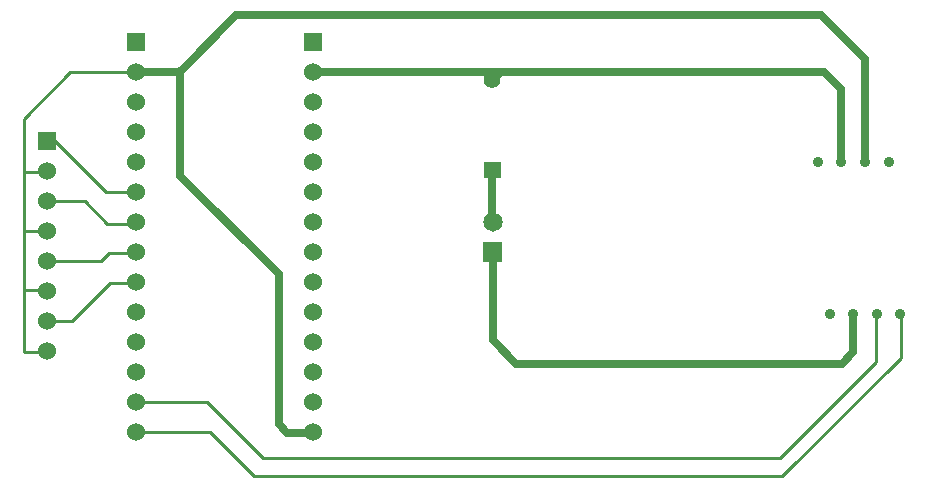
<source format=gbr>
G04 start of page 2 for group 0 idx 0 *
G04 Title: (unknown), top *
G04 Creator: pcb 4.1.2 *
G04 CreationDate: Sun Sep 16 08:13:39 2018 UTC *
G04 For: mytch *
G04 Format: Gerber/RS-274X *
G04 PCB-Dimensions (mil): 3543.31 1968.50 *
G04 PCB-Coordinate-Origin: lower left *
%MOIN*%
%FSLAX25Y25*%
%LNTOP*%
%ADD21C,0.0300*%
%ADD20C,0.0430*%
%ADD19C,0.0380*%
%ADD18C,0.0200*%
%ADD17C,0.0550*%
%ADD16C,0.0650*%
%ADD15C,0.0360*%
%ADD14C,0.0600*%
%ADD13C,0.0001*%
%ADD12C,0.0100*%
%ADD11C,0.0250*%
G54D11*X57244Y153386D02*X71693D01*
X71949Y153642D02*Y118602D01*
X71693Y153386D02*X90551Y172244D01*
X71949Y118602D02*X104724Y85827D01*
X285433Y172244D02*X90551D01*
X116142Y153386D02*X286417D01*
X173543D02*X178150D01*
G54D12*X187402D02*X194724D01*
G54D11*X175945Y120590D02*Y103346D01*
Y153386D02*X175354D01*
Y150590D01*
X175945D01*
Y153386D01*
X176023Y93346D02*Y63976D01*
X183897Y56102D01*
X175354Y151575D02*X173543Y153386D01*
X175945Y150590D02*X178741Y153386D01*
G54D12*X271654Y24606D02*X99409D01*
X96457Y18701D02*X272638D01*
X300157Y123189D02*X300945D01*
X291969Y123504D02*X292283Y123189D01*
X299449Y123898D02*X300157Y123189D01*
G54D11*X296220Y72598D02*Y60000D01*
X292323Y56102D01*
X291339D02*X183897D01*
X292283Y123189D02*Y147677D01*
X300157Y123189D02*Y157520D01*
X285433Y172244D01*
X286417Y153386D02*X292126Y147677D01*
G54D12*X303815Y72318D02*Y56767D01*
X312008Y72559D02*Y58071D01*
X303815Y56767D02*X271654Y24606D01*
X312008Y58071D02*X272638Y18701D01*
G54D11*X104724Y85827D02*Y35827D01*
X107480Y33071D01*
X115827D01*
X116142Y33386D01*
X114882D01*
X114567Y33071D01*
G54D12*X57165Y43307D02*X57087Y43386D01*
X57126Y43346D02*X80669D01*
X57087Y33386D02*X81772D01*
X96457Y18701D01*
X80669Y43346D02*X99409Y24606D01*
X19685Y120079D02*X27244D01*
X19685Y100394D02*X27559D01*
X19685Y80709D02*X27244D01*
X19685Y137795D02*Y60039D01*
X27205D01*
X27559Y70394D02*X35748D01*
X48425Y83071D01*
X56772D01*
X57087Y83386D01*
X56614D01*
X56299Y83071D01*
X27559Y90394D02*X45512D01*
X57087Y113386D02*X54724D01*
X45512Y90394D02*X48031Y92913D01*
X56614D01*
X57087Y93386D01*
X56654Y92953D01*
X27559Y110394D02*X40000D01*
X47638Y102756D01*
X56457D01*
X57087Y103386D01*
Y153386D02*X35276D01*
X19685Y137795D01*
X27559Y130394D02*X30236D01*
X47244Y113386D01*
X57087D01*
G54D13*G36*
X113142Y166386D02*Y160386D01*
X119142D01*
Y166386D01*
X113142D01*
G37*
G36*
X54087D02*Y160386D01*
X60087D01*
Y166386D01*
X54087D01*
G37*
G54D14*X116142Y153386D03*
Y143386D03*
Y133386D03*
Y123386D03*
G54D15*X284410Y123189D03*
X292284D03*
X300158D03*
X308032D03*
X288347Y72598D03*
X296221D03*
X304095D03*
X311969D03*
G54D14*X116142Y113386D03*
Y103386D03*
Y93386D03*
Y83386D03*
Y73386D03*
Y63386D03*
Y53386D03*
Y43386D03*
Y33386D03*
G54D13*G36*
X172773Y96596D02*Y90096D01*
X179273D01*
Y96596D01*
X172773D01*
G37*
G54D16*X176023Y103346D03*
G54D13*G36*
X173195Y123340D02*Y117840D01*
X178695D01*
Y123340D01*
X173195D01*
G37*
G54D17*X175945Y150590D03*
G54D14*X57087Y153386D03*
Y143386D03*
Y133386D03*
Y123386D03*
Y113386D03*
Y103386D03*
Y93386D03*
X27559Y100394D03*
Y90394D03*
Y80394D03*
X57087Y83386D03*
Y73386D03*
Y63386D03*
Y53386D03*
Y43386D03*
Y33386D03*
G54D13*G36*
X24559Y133394D02*Y127394D01*
X30559D01*
Y133394D01*
X24559D01*
G37*
G54D14*X27559Y120394D03*
Y110394D03*
Y70394D03*
Y60394D03*
G54D18*G54D19*G54D18*G54D19*G54D20*G54D21*G54D19*M02*

</source>
